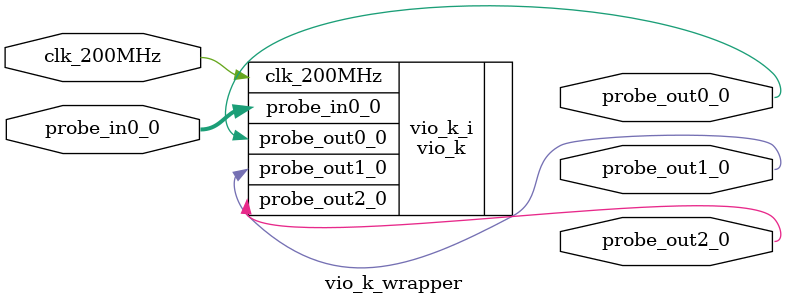
<source format=v>
`timescale 1 ps / 1 ps

module vio_k_wrapper
   (clk_200MHz,
    probe_in0_0,
    probe_out0_0,
    probe_out1_0,
    probe_out2_0);
  input clk_200MHz;
  input [3:0]probe_in0_0;
  output [0:0]probe_out0_0;
  output [0:0]probe_out1_0;
  output [0:0]probe_out2_0;

  wire clk_200MHz;
  wire [3:0]probe_in0_0;
  wire [0:0]probe_out0_0;
  wire [0:0]probe_out1_0;
  wire [0:0]probe_out2_0;

  vio_k vio_k_i
       (.clk_200MHz(clk_200MHz),
        .probe_in0_0(probe_in0_0),
        .probe_out0_0(probe_out0_0),
        .probe_out1_0(probe_out1_0),
        .probe_out2_0(probe_out2_0));
endmodule

</source>
